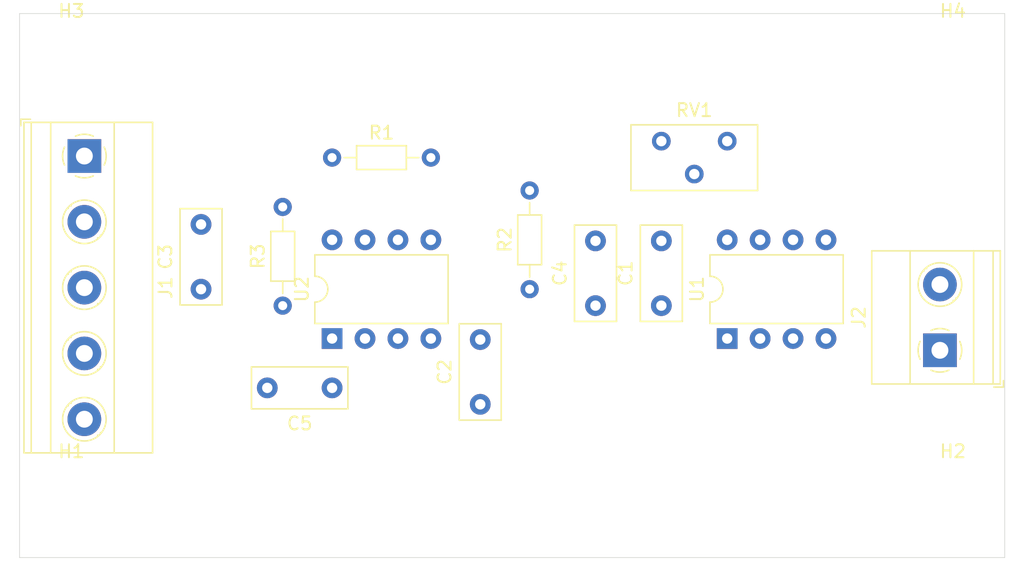
<source format=kicad_pcb>
(kicad_pcb (version 20171130) (host pcbnew "(5.1.9)-1")

  (general
    (thickness 1.6)
    (drawings 4)
    (tracks 0)
    (zones 0)
    (modules 17)
    (nets 1)
  )

  (page A4)
  (layers
    (0 F.Cu signal)
    (31 B.Cu signal)
    (32 B.Adhes user)
    (33 F.Adhes user)
    (34 B.Paste user)
    (35 F.Paste user)
    (36 B.SilkS user)
    (37 F.SilkS user)
    (38 B.Mask user)
    (39 F.Mask user)
    (40 Dwgs.User user)
    (41 Cmts.User user)
    (42 Eco1.User user)
    (43 Eco2.User user)
    (44 Edge.Cuts user)
    (45 Margin user)
    (46 B.CrtYd user)
    (47 F.CrtYd user)
    (48 B.Fab user)
    (49 F.Fab user)
  )

  (setup
    (last_trace_width 0.25)
    (trace_clearance 0.2)
    (zone_clearance 0.508)
    (zone_45_only no)
    (trace_min 0.2)
    (via_size 0.8)
    (via_drill 0.4)
    (via_min_size 0.4)
    (via_min_drill 0.3)
    (uvia_size 0.3)
    (uvia_drill 0.1)
    (uvias_allowed no)
    (uvia_min_size 0.2)
    (uvia_min_drill 0.1)
    (edge_width 0.05)
    (segment_width 0.2)
    (pcb_text_width 0.3)
    (pcb_text_size 1.5 1.5)
    (mod_edge_width 0.12)
    (mod_text_size 1 1)
    (mod_text_width 0.15)
    (pad_size 1.524 1.524)
    (pad_drill 0.762)
    (pad_to_mask_clearance 0)
    (aux_axis_origin 0 0)
    (visible_elements 7FFFFFFF)
    (pcbplotparams
      (layerselection 0x010fc_ffffffff)
      (usegerberextensions false)
      (usegerberattributes true)
      (usegerberadvancedattributes true)
      (creategerberjobfile true)
      (excludeedgelayer true)
      (linewidth 0.100000)
      (plotframeref false)
      (viasonmask false)
      (mode 1)
      (useauxorigin false)
      (hpglpennumber 1)
      (hpglpenspeed 20)
      (hpglpendiameter 15.000000)
      (psnegative false)
      (psa4output false)
      (plotreference true)
      (plotvalue true)
      (plotinvisibletext false)
      (padsonsilk false)
      (subtractmaskfromsilk false)
      (outputformat 1)
      (mirror false)
      (drillshape 1)
      (scaleselection 1)
      (outputdirectory ""))
  )

  (net 0 "")

  (net_class Default "This is the default net class."
    (clearance 0.2)
    (trace_width 0.25)
    (via_dia 0.8)
    (via_drill 0.4)
    (uvia_dia 0.3)
    (uvia_drill 0.1)
  )

  (module Resistor_THT:R_Axial_DIN0204_L3.6mm_D1.6mm_P7.62mm_Horizontal (layer F.Cu) (tedit 5AE5139B) (tstamp 600F3D41)
    (at 118.11 71.12)
    (descr "Resistor, Axial_DIN0204 series, Axial, Horizontal, pin pitch=7.62mm, 0.167W, length*diameter=3.6*1.6mm^2, http://cdn-reichelt.de/documents/datenblatt/B400/1_4W%23YAG.pdf")
    (tags "Resistor Axial_DIN0204 series Axial Horizontal pin pitch 7.62mm 0.167W length 3.6mm diameter 1.6mm")
    (path /600F42E7)
    (fp_text reference R1 (at 3.81 -1.92) (layer F.SilkS)
      (effects (font (size 1 1) (thickness 0.15)))
    )
    (fp_text value R (at 3.81 1.92) (layer F.Fab)
      (effects (font (size 1 1) (thickness 0.15)))
    )
    (fp_line (start 8.57 -1.05) (end -0.95 -1.05) (layer F.CrtYd) (width 0.05))
    (fp_line (start 8.57 1.05) (end 8.57 -1.05) (layer F.CrtYd) (width 0.05))
    (fp_line (start -0.95 1.05) (end 8.57 1.05) (layer F.CrtYd) (width 0.05))
    (fp_line (start -0.95 -1.05) (end -0.95 1.05) (layer F.CrtYd) (width 0.05))
    (fp_line (start 6.68 0) (end 5.73 0) (layer F.SilkS) (width 0.12))
    (fp_line (start 0.94 0) (end 1.89 0) (layer F.SilkS) (width 0.12))
    (fp_line (start 5.73 -0.92) (end 1.89 -0.92) (layer F.SilkS) (width 0.12))
    (fp_line (start 5.73 0.92) (end 5.73 -0.92) (layer F.SilkS) (width 0.12))
    (fp_line (start 1.89 0.92) (end 5.73 0.92) (layer F.SilkS) (width 0.12))
    (fp_line (start 1.89 -0.92) (end 1.89 0.92) (layer F.SilkS) (width 0.12))
    (fp_line (start 7.62 0) (end 5.61 0) (layer F.Fab) (width 0.1))
    (fp_line (start 0 0) (end 2.01 0) (layer F.Fab) (width 0.1))
    (fp_line (start 5.61 -0.8) (end 2.01 -0.8) (layer F.Fab) (width 0.1))
    (fp_line (start 5.61 0.8) (end 5.61 -0.8) (layer F.Fab) (width 0.1))
    (fp_line (start 2.01 0.8) (end 5.61 0.8) (layer F.Fab) (width 0.1))
    (fp_line (start 2.01 -0.8) (end 2.01 0.8) (layer F.Fab) (width 0.1))
    (fp_text user %R (at 3.81 0) (layer F.Fab)
      (effects (font (size 0.72 0.72) (thickness 0.108)))
    )
    (pad 1 thru_hole circle (at 0 0) (size 1.4 1.4) (drill 0.7) (layers *.Cu *.Mask))
    (pad 2 thru_hole oval (at 7.62 0) (size 1.4 1.4) (drill 0.7) (layers *.Cu *.Mask))
    (model ${KISYS3DMOD}/Resistor_THT.3dshapes/R_Axial_DIN0204_L3.6mm_D1.6mm_P7.62mm_Horizontal.wrl
      (at (xyz 0 0 0))
      (scale (xyz 1 1 1))
      (rotate (xyz 0 0 0))
    )
  )

  (module Resistor_THT:R_Axial_DIN0204_L3.6mm_D1.6mm_P7.62mm_Horizontal (layer F.Cu) (tedit 5AE5139B) (tstamp 600F3D58)
    (at 133.35 81.28 90)
    (descr "Resistor, Axial_DIN0204 series, Axial, Horizontal, pin pitch=7.62mm, 0.167W, length*diameter=3.6*1.6mm^2, http://cdn-reichelt.de/documents/datenblatt/B400/1_4W%23YAG.pdf")
    (tags "Resistor Axial_DIN0204 series Axial Horizontal pin pitch 7.62mm 0.167W length 3.6mm diameter 1.6mm")
    (path /600F42A1)
    (fp_text reference R2 (at 3.81 -1.92 90) (layer F.SilkS)
      (effects (font (size 1 1) (thickness 0.15)))
    )
    (fp_text value R (at 3.81 1.92 90) (layer F.Fab)
      (effects (font (size 1 1) (thickness 0.15)))
    )
    (fp_line (start 2.01 -0.8) (end 2.01 0.8) (layer F.Fab) (width 0.1))
    (fp_line (start 2.01 0.8) (end 5.61 0.8) (layer F.Fab) (width 0.1))
    (fp_line (start 5.61 0.8) (end 5.61 -0.8) (layer F.Fab) (width 0.1))
    (fp_line (start 5.61 -0.8) (end 2.01 -0.8) (layer F.Fab) (width 0.1))
    (fp_line (start 0 0) (end 2.01 0) (layer F.Fab) (width 0.1))
    (fp_line (start 7.62 0) (end 5.61 0) (layer F.Fab) (width 0.1))
    (fp_line (start 1.89 -0.92) (end 1.89 0.92) (layer F.SilkS) (width 0.12))
    (fp_line (start 1.89 0.92) (end 5.73 0.92) (layer F.SilkS) (width 0.12))
    (fp_line (start 5.73 0.92) (end 5.73 -0.92) (layer F.SilkS) (width 0.12))
    (fp_line (start 5.73 -0.92) (end 1.89 -0.92) (layer F.SilkS) (width 0.12))
    (fp_line (start 0.94 0) (end 1.89 0) (layer F.SilkS) (width 0.12))
    (fp_line (start 6.68 0) (end 5.73 0) (layer F.SilkS) (width 0.12))
    (fp_line (start -0.95 -1.05) (end -0.95 1.05) (layer F.CrtYd) (width 0.05))
    (fp_line (start -0.95 1.05) (end 8.57 1.05) (layer F.CrtYd) (width 0.05))
    (fp_line (start 8.57 1.05) (end 8.57 -1.05) (layer F.CrtYd) (width 0.05))
    (fp_line (start 8.57 -1.05) (end -0.95 -1.05) (layer F.CrtYd) (width 0.05))
    (fp_text user %R (at 3.81 0 90) (layer F.Fab)
      (effects (font (size 0.72 0.72) (thickness 0.108)))
    )
    (pad 2 thru_hole oval (at 7.62 0 90) (size 1.4 1.4) (drill 0.7) (layers *.Cu *.Mask))
    (pad 1 thru_hole circle (at 0 0 90) (size 1.4 1.4) (drill 0.7) (layers *.Cu *.Mask))
    (model ${KISYS3DMOD}/Resistor_THT.3dshapes/R_Axial_DIN0204_L3.6mm_D1.6mm_P7.62mm_Horizontal.wrl
      (at (xyz 0 0 0))
      (scale (xyz 1 1 1))
      (rotate (xyz 0 0 0))
    )
  )

  (module Resistor_THT:R_Axial_DIN0204_L3.6mm_D1.6mm_P7.62mm_Horizontal (layer F.Cu) (tedit 5AE5139B) (tstamp 600F3D6F)
    (at 114.3 82.55 90)
    (descr "Resistor, Axial_DIN0204 series, Axial, Horizontal, pin pitch=7.62mm, 0.167W, length*diameter=3.6*1.6mm^2, http://cdn-reichelt.de/documents/datenblatt/B400/1_4W%23YAG.pdf")
    (tags "Resistor Axial_DIN0204 series Axial Horizontal pin pitch 7.62mm 0.167W length 3.6mm diameter 1.6mm")
    (path /600F347B)
    (fp_text reference R3 (at 3.81 -1.92 90) (layer F.SilkS)
      (effects (font (size 1 1) (thickness 0.15)))
    )
    (fp_text value R (at 3.81 1.92 90) (layer F.Fab)
      (effects (font (size 1 1) (thickness 0.15)))
    )
    (fp_line (start 8.57 -1.05) (end -0.95 -1.05) (layer F.CrtYd) (width 0.05))
    (fp_line (start 8.57 1.05) (end 8.57 -1.05) (layer F.CrtYd) (width 0.05))
    (fp_line (start -0.95 1.05) (end 8.57 1.05) (layer F.CrtYd) (width 0.05))
    (fp_line (start -0.95 -1.05) (end -0.95 1.05) (layer F.CrtYd) (width 0.05))
    (fp_line (start 6.68 0) (end 5.73 0) (layer F.SilkS) (width 0.12))
    (fp_line (start 0.94 0) (end 1.89 0) (layer F.SilkS) (width 0.12))
    (fp_line (start 5.73 -0.92) (end 1.89 -0.92) (layer F.SilkS) (width 0.12))
    (fp_line (start 5.73 0.92) (end 5.73 -0.92) (layer F.SilkS) (width 0.12))
    (fp_line (start 1.89 0.92) (end 5.73 0.92) (layer F.SilkS) (width 0.12))
    (fp_line (start 1.89 -0.92) (end 1.89 0.92) (layer F.SilkS) (width 0.12))
    (fp_line (start 7.62 0) (end 5.61 0) (layer F.Fab) (width 0.1))
    (fp_line (start 0 0) (end 2.01 0) (layer F.Fab) (width 0.1))
    (fp_line (start 5.61 -0.8) (end 2.01 -0.8) (layer F.Fab) (width 0.1))
    (fp_line (start 5.61 0.8) (end 5.61 -0.8) (layer F.Fab) (width 0.1))
    (fp_line (start 2.01 0.8) (end 5.61 0.8) (layer F.Fab) (width 0.1))
    (fp_line (start 2.01 -0.8) (end 2.01 0.8) (layer F.Fab) (width 0.1))
    (fp_text user %R (at 3.81 0 90) (layer F.Fab)
      (effects (font (size 0.72 0.72) (thickness 0.108)))
    )
    (pad 1 thru_hole circle (at 0 0 90) (size 1.4 1.4) (drill 0.7) (layers *.Cu *.Mask))
    (pad 2 thru_hole oval (at 7.62 0 90) (size 1.4 1.4) (drill 0.7) (layers *.Cu *.Mask))
    (model ${KISYS3DMOD}/Resistor_THT.3dshapes/R_Axial_DIN0204_L3.6mm_D1.6mm_P7.62mm_Horizontal.wrl
      (at (xyz 0 0 0))
      (scale (xyz 1 1 1))
      (rotate (xyz 0 0 0))
    )
  )

  (module Potentiometer_THT:Potentiometer_Bourns_3296Y_Vertical (layer F.Cu) (tedit 5A3D4994) (tstamp 600F4278)
    (at 148.59 69.85)
    (descr "Potentiometer, vertical, Bourns 3296Y, https://www.bourns.com/pdfs/3296.pdf")
    (tags "Potentiometer vertical Bourns 3296Y")
    (path /600F4A11)
    (fp_text reference RV1 (at -2.54 -2.39) (layer F.SilkS)
      (effects (font (size 1 1) (thickness 0.15)))
    )
    (fp_text value R_POT (at -2.54 4.94) (layer F.Fab)
      (effects (font (size 1 1) (thickness 0.15)))
    )
    (fp_line (start 2.5 -1.4) (end -7.6 -1.4) (layer F.CrtYd) (width 0.05))
    (fp_line (start 2.5 3.95) (end 2.5 -1.4) (layer F.CrtYd) (width 0.05))
    (fp_line (start -7.6 3.95) (end 2.5 3.95) (layer F.CrtYd) (width 0.05))
    (fp_line (start -7.6 -1.4) (end -7.6 3.95) (layer F.CrtYd) (width 0.05))
    (fp_line (start 2.345 -1.26) (end 2.345 3.81) (layer F.SilkS) (width 0.12))
    (fp_line (start -7.425 -1.26) (end -7.425 3.81) (layer F.SilkS) (width 0.12))
    (fp_line (start -7.425 3.81) (end 2.345 3.81) (layer F.SilkS) (width 0.12))
    (fp_line (start -7.425 -1.26) (end 2.345 -1.26) (layer F.SilkS) (width 0.12))
    (fp_line (start 0.955 3.505) (end 0.956 1.336) (layer F.Fab) (width 0.1))
    (fp_line (start 0.955 3.505) (end 0.956 1.336) (layer F.Fab) (width 0.1))
    (fp_line (start 2.225 -1.14) (end -7.305 -1.14) (layer F.Fab) (width 0.1))
    (fp_line (start 2.225 3.69) (end 2.225 -1.14) (layer F.Fab) (width 0.1))
    (fp_line (start -7.305 3.69) (end 2.225 3.69) (layer F.Fab) (width 0.1))
    (fp_line (start -7.305 -1.14) (end -7.305 3.69) (layer F.Fab) (width 0.1))
    (fp_circle (center 0.955 2.42) (end 2.05 2.42) (layer F.Fab) (width 0.1))
    (fp_text user %R (at -3.175 1.275) (layer F.Fab)
      (effects (font (size 1 1) (thickness 0.15)))
    )
    (pad 1 thru_hole circle (at 0 0) (size 1.44 1.44) (drill 0.8) (layers *.Cu *.Mask))
    (pad 2 thru_hole circle (at -2.54 2.54) (size 1.44 1.44) (drill 0.8) (layers *.Cu *.Mask))
    (pad 3 thru_hole circle (at -5.08 0) (size 1.44 1.44) (drill 0.8) (layers *.Cu *.Mask))
    (model ${KISYS3DMOD}/Potentiometer_THT.3dshapes/Potentiometer_Bourns_3296Y_Vertical.wrl
      (at (xyz 0 0 0))
      (scale (xyz 1 1 1))
      (rotate (xyz 0 0 0))
    )
  )

  (module Package_DIP:DIP-8_W7.62mm (layer F.Cu) (tedit 5A02E8C5) (tstamp 600F4A3E)
    (at 148.59 85.09 90)
    (descr "8-lead though-hole mounted DIP package, row spacing 7.62 mm (300 mils)")
    (tags "THT DIP DIL PDIP 2.54mm 7.62mm 300mil")
    (path /600EDB26)
    (fp_text reference U1 (at 3.81 -2.33 90) (layer F.SilkS)
      (effects (font (size 1 1) (thickness 0.15)))
    )
    (fp_text value LM358 (at 3.81 9.95 90) (layer F.Fab)
      (effects (font (size 1 1) (thickness 0.15)))
    )
    (fp_line (start 8.7 -1.55) (end -1.1 -1.55) (layer F.CrtYd) (width 0.05))
    (fp_line (start 8.7 9.15) (end 8.7 -1.55) (layer F.CrtYd) (width 0.05))
    (fp_line (start -1.1 9.15) (end 8.7 9.15) (layer F.CrtYd) (width 0.05))
    (fp_line (start -1.1 -1.55) (end -1.1 9.15) (layer F.CrtYd) (width 0.05))
    (fp_line (start 6.46 -1.33) (end 4.81 -1.33) (layer F.SilkS) (width 0.12))
    (fp_line (start 6.46 8.95) (end 6.46 -1.33) (layer F.SilkS) (width 0.12))
    (fp_line (start 1.16 8.95) (end 6.46 8.95) (layer F.SilkS) (width 0.12))
    (fp_line (start 1.16 -1.33) (end 1.16 8.95) (layer F.SilkS) (width 0.12))
    (fp_line (start 2.81 -1.33) (end 1.16 -1.33) (layer F.SilkS) (width 0.12))
    (fp_line (start 0.635 -0.27) (end 1.635 -1.27) (layer F.Fab) (width 0.1))
    (fp_line (start 0.635 8.89) (end 0.635 -0.27) (layer F.Fab) (width 0.1))
    (fp_line (start 6.985 8.89) (end 0.635 8.89) (layer F.Fab) (width 0.1))
    (fp_line (start 6.985 -1.27) (end 6.985 8.89) (layer F.Fab) (width 0.1))
    (fp_line (start 1.635 -1.27) (end 6.985 -1.27) (layer F.Fab) (width 0.1))
    (fp_arc (start 3.81 -1.33) (end 2.81 -1.33) (angle -180) (layer F.SilkS) (width 0.12))
    (fp_text user %R (at 3.81 3.81 90) (layer F.Fab)
      (effects (font (size 1 1) (thickness 0.15)))
    )
    (pad 1 thru_hole rect (at 0 0 90) (size 1.6 1.6) (drill 0.8) (layers *.Cu *.Mask))
    (pad 5 thru_hole oval (at 7.62 7.62 90) (size 1.6 1.6) (drill 0.8) (layers *.Cu *.Mask))
    (pad 2 thru_hole oval (at 0 2.54 90) (size 1.6 1.6) (drill 0.8) (layers *.Cu *.Mask))
    (pad 6 thru_hole oval (at 7.62 5.08 90) (size 1.6 1.6) (drill 0.8) (layers *.Cu *.Mask))
    (pad 3 thru_hole oval (at 0 5.08 90) (size 1.6 1.6) (drill 0.8) (layers *.Cu *.Mask))
    (pad 7 thru_hole oval (at 7.62 2.54 90) (size 1.6 1.6) (drill 0.8) (layers *.Cu *.Mask))
    (pad 4 thru_hole oval (at 0 7.62 90) (size 1.6 1.6) (drill 0.8) (layers *.Cu *.Mask))
    (pad 8 thru_hole oval (at 7.62 0 90) (size 1.6 1.6) (drill 0.8) (layers *.Cu *.Mask))
    (model ${KISYS3DMOD}/Package_DIP.3dshapes/DIP-8_W7.62mm.wrl
      (at (xyz 0 0 0))
      (scale (xyz 1 1 1))
      (rotate (xyz 0 0 0))
    )
  )

  (module Package_DIP:DIP-8_W7.62mm (layer F.Cu) (tedit 5A02E8C5) (tstamp 600F4176)
    (at 118.11 85.09 90)
    (descr "8-lead though-hole mounted DIP package, row spacing 7.62 mm (300 mils)")
    (tags "THT DIP DIL PDIP 2.54mm 7.62mm 300mil")
    (path /600FA9ED)
    (fp_text reference U2 (at 3.81 -2.33 90) (layer F.SilkS)
      (effects (font (size 1 1) (thickness 0.15)))
    )
    (fp_text value LM358 (at 3.81 9.95 90) (layer F.Fab)
      (effects (font (size 1 1) (thickness 0.15)))
    )
    (fp_line (start 1.635 -1.27) (end 6.985 -1.27) (layer F.Fab) (width 0.1))
    (fp_line (start 6.985 -1.27) (end 6.985 8.89) (layer F.Fab) (width 0.1))
    (fp_line (start 6.985 8.89) (end 0.635 8.89) (layer F.Fab) (width 0.1))
    (fp_line (start 0.635 8.89) (end 0.635 -0.27) (layer F.Fab) (width 0.1))
    (fp_line (start 0.635 -0.27) (end 1.635 -1.27) (layer F.Fab) (width 0.1))
    (fp_line (start 2.81 -1.33) (end 1.16 -1.33) (layer F.SilkS) (width 0.12))
    (fp_line (start 1.16 -1.33) (end 1.16 8.95) (layer F.SilkS) (width 0.12))
    (fp_line (start 1.16 8.95) (end 6.46 8.95) (layer F.SilkS) (width 0.12))
    (fp_line (start 6.46 8.95) (end 6.46 -1.33) (layer F.SilkS) (width 0.12))
    (fp_line (start 6.46 -1.33) (end 4.81 -1.33) (layer F.SilkS) (width 0.12))
    (fp_line (start -1.1 -1.55) (end -1.1 9.15) (layer F.CrtYd) (width 0.05))
    (fp_line (start -1.1 9.15) (end 8.7 9.15) (layer F.CrtYd) (width 0.05))
    (fp_line (start 8.7 9.15) (end 8.7 -1.55) (layer F.CrtYd) (width 0.05))
    (fp_line (start 8.7 -1.55) (end -1.1 -1.55) (layer F.CrtYd) (width 0.05))
    (fp_text user %R (at 3.81 3.81 90) (layer F.Fab)
      (effects (font (size 1 1) (thickness 0.15)))
    )
    (fp_arc (start 3.81 -1.33) (end 2.81 -1.33) (angle -180) (layer F.SilkS) (width 0.12))
    (pad 8 thru_hole oval (at 7.62 0 90) (size 1.6 1.6) (drill 0.8) (layers *.Cu *.Mask))
    (pad 4 thru_hole oval (at 0 7.62 90) (size 1.6 1.6) (drill 0.8) (layers *.Cu *.Mask))
    (pad 7 thru_hole oval (at 7.62 2.54 90) (size 1.6 1.6) (drill 0.8) (layers *.Cu *.Mask))
    (pad 3 thru_hole oval (at 0 5.08 90) (size 1.6 1.6) (drill 0.8) (layers *.Cu *.Mask))
    (pad 6 thru_hole oval (at 7.62 5.08 90) (size 1.6 1.6) (drill 0.8) (layers *.Cu *.Mask))
    (pad 2 thru_hole oval (at 0 2.54 90) (size 1.6 1.6) (drill 0.8) (layers *.Cu *.Mask))
    (pad 5 thru_hole oval (at 7.62 7.62 90) (size 1.6 1.6) (drill 0.8) (layers *.Cu *.Mask))
    (pad 1 thru_hole rect (at 0 0 90) (size 1.6 1.6) (drill 0.8) (layers *.Cu *.Mask))
    (model ${KISYS3DMOD}/Package_DIP.3dshapes/DIP-8_W7.62mm.wrl
      (at (xyz 0 0 0))
      (scale (xyz 1 1 1))
      (rotate (xyz 0 0 0))
    )
  )

  (module Capacitor_THT:C_Rect_L7.2mm_W3.0mm_P5.00mm_FKS2_FKP2_MKS2_MKP2 (layer F.Cu) (tedit 5AE50EF0) (tstamp 600F5116)
    (at 143.51 82.55 90)
    (descr "C, Rect series, Radial, pin pitch=5.00mm, , length*width=7.2*3.0mm^2, Capacitor, http://www.wima.com/EN/WIMA_FKS_2.pdf")
    (tags "C Rect series Radial pin pitch 5.00mm  length 7.2mm width 3.0mm Capacitor")
    (path /600F165C)
    (fp_text reference C1 (at 2.5 -2.75 90) (layer F.SilkS)
      (effects (font (size 1 1) (thickness 0.15)))
    )
    (fp_text value CAP (at 2.5 2.75 90) (layer F.Fab)
      (effects (font (size 1 1) (thickness 0.15)))
    )
    (fp_line (start -1.1 -1.5) (end -1.1 1.5) (layer F.Fab) (width 0.1))
    (fp_line (start -1.1 1.5) (end 6.1 1.5) (layer F.Fab) (width 0.1))
    (fp_line (start 6.1 1.5) (end 6.1 -1.5) (layer F.Fab) (width 0.1))
    (fp_line (start 6.1 -1.5) (end -1.1 -1.5) (layer F.Fab) (width 0.1))
    (fp_line (start -1.22 -1.62) (end 6.22 -1.62) (layer F.SilkS) (width 0.12))
    (fp_line (start -1.22 1.62) (end 6.22 1.62) (layer F.SilkS) (width 0.12))
    (fp_line (start -1.22 -1.62) (end -1.22 1.62) (layer F.SilkS) (width 0.12))
    (fp_line (start 6.22 -1.62) (end 6.22 1.62) (layer F.SilkS) (width 0.12))
    (fp_line (start -1.35 -1.75) (end -1.35 1.75) (layer F.CrtYd) (width 0.05))
    (fp_line (start -1.35 1.75) (end 6.35 1.75) (layer F.CrtYd) (width 0.05))
    (fp_line (start 6.35 1.75) (end 6.35 -1.75) (layer F.CrtYd) (width 0.05))
    (fp_line (start 6.35 -1.75) (end -1.35 -1.75) (layer F.CrtYd) (width 0.05))
    (fp_text user %R (at 2.5 0 90) (layer F.Fab)
      (effects (font (size 1 1) (thickness 0.15)))
    )
    (pad 1 thru_hole circle (at 0 0 90) (size 1.6 1.6) (drill 0.8) (layers *.Cu *.Mask))
    (pad 2 thru_hole circle (at 5 0 90) (size 1.6 1.6) (drill 0.8) (layers *.Cu *.Mask))
    (model ${KISYS3DMOD}/Capacitor_THT.3dshapes/C_Rect_L7.2mm_W3.0mm_P5.00mm_FKS2_FKP2_MKS2_MKP2.wrl
      (at (xyz 0 0 0))
      (scale (xyz 1 1 1))
      (rotate (xyz 0 0 0))
    )
  )

  (module Capacitor_THT:C_Rect_L7.2mm_W3.0mm_P5.00mm_FKS2_FKP2_MKS2_MKP2 (layer F.Cu) (tedit 5AE50EF0) (tstamp 600F5128)
    (at 129.54 90.17 90)
    (descr "C, Rect series, Radial, pin pitch=5.00mm, , length*width=7.2*3.0mm^2, Capacitor, http://www.wima.com/EN/WIMA_FKS_2.pdf")
    (tags "C Rect series Radial pin pitch 5.00mm  length 7.2mm width 3.0mm Capacitor")
    (path /600F266A)
    (fp_text reference C2 (at 2.5 -2.75 90) (layer F.SilkS)
      (effects (font (size 1 1) (thickness 0.15)))
    )
    (fp_text value CAP (at 2.5 2.75 90) (layer F.Fab)
      (effects (font (size 1 1) (thickness 0.15)))
    )
    (fp_line (start 6.35 -1.75) (end -1.35 -1.75) (layer F.CrtYd) (width 0.05))
    (fp_line (start 6.35 1.75) (end 6.35 -1.75) (layer F.CrtYd) (width 0.05))
    (fp_line (start -1.35 1.75) (end 6.35 1.75) (layer F.CrtYd) (width 0.05))
    (fp_line (start -1.35 -1.75) (end -1.35 1.75) (layer F.CrtYd) (width 0.05))
    (fp_line (start 6.22 -1.62) (end 6.22 1.62) (layer F.SilkS) (width 0.12))
    (fp_line (start -1.22 -1.62) (end -1.22 1.62) (layer F.SilkS) (width 0.12))
    (fp_line (start -1.22 1.62) (end 6.22 1.62) (layer F.SilkS) (width 0.12))
    (fp_line (start -1.22 -1.62) (end 6.22 -1.62) (layer F.SilkS) (width 0.12))
    (fp_line (start 6.1 -1.5) (end -1.1 -1.5) (layer F.Fab) (width 0.1))
    (fp_line (start 6.1 1.5) (end 6.1 -1.5) (layer F.Fab) (width 0.1))
    (fp_line (start -1.1 1.5) (end 6.1 1.5) (layer F.Fab) (width 0.1))
    (fp_line (start -1.1 -1.5) (end -1.1 1.5) (layer F.Fab) (width 0.1))
    (fp_text user %R (at 2.5 0 90) (layer F.Fab)
      (effects (font (size 1 1) (thickness 0.15)))
    )
    (pad 2 thru_hole circle (at 5 0 90) (size 1.6 1.6) (drill 0.8) (layers *.Cu *.Mask))
    (pad 1 thru_hole circle (at 0 0 90) (size 1.6 1.6) (drill 0.8) (layers *.Cu *.Mask))
    (model ${KISYS3DMOD}/Capacitor_THT.3dshapes/C_Rect_L7.2mm_W3.0mm_P5.00mm_FKS2_FKP2_MKS2_MKP2.wrl
      (at (xyz 0 0 0))
      (scale (xyz 1 1 1))
      (rotate (xyz 0 0 0))
    )
  )

  (module Capacitor_THT:C_Rect_L7.2mm_W3.0mm_P5.00mm_FKS2_FKP2_MKS2_MKP2 (layer F.Cu) (tedit 5AE50EF0) (tstamp 600F52E8)
    (at 108 81.28 90)
    (descr "C, Rect series, Radial, pin pitch=5.00mm, , length*width=7.2*3.0mm^2, Capacitor, http://www.wima.com/EN/WIMA_FKS_2.pdf")
    (tags "C Rect series Radial pin pitch 5.00mm  length 7.2mm width 3.0mm Capacitor")
    (path /600F2206)
    (fp_text reference C3 (at 2.5 -2.75 90) (layer F.SilkS)
      (effects (font (size 1 1) (thickness 0.15)))
    )
    (fp_text value CAP (at 2.5 2.75 90) (layer F.Fab)
      (effects (font (size 1 1) (thickness 0.15)))
    )
    (fp_line (start 6.35 -1.75) (end -1.35 -1.75) (layer F.CrtYd) (width 0.05))
    (fp_line (start 6.35 1.75) (end 6.35 -1.75) (layer F.CrtYd) (width 0.05))
    (fp_line (start -1.35 1.75) (end 6.35 1.75) (layer F.CrtYd) (width 0.05))
    (fp_line (start -1.35 -1.75) (end -1.35 1.75) (layer F.CrtYd) (width 0.05))
    (fp_line (start 6.22 -1.62) (end 6.22 1.62) (layer F.SilkS) (width 0.12))
    (fp_line (start -1.22 -1.62) (end -1.22 1.62) (layer F.SilkS) (width 0.12))
    (fp_line (start -1.22 1.62) (end 6.22 1.62) (layer F.SilkS) (width 0.12))
    (fp_line (start -1.22 -1.62) (end 6.22 -1.62) (layer F.SilkS) (width 0.12))
    (fp_line (start 6.1 -1.5) (end -1.1 -1.5) (layer F.Fab) (width 0.1))
    (fp_line (start 6.1 1.5) (end 6.1 -1.5) (layer F.Fab) (width 0.1))
    (fp_line (start -1.1 1.5) (end 6.1 1.5) (layer F.Fab) (width 0.1))
    (fp_line (start -1.1 -1.5) (end -1.1 1.5) (layer F.Fab) (width 0.1))
    (fp_text user %R (at 2.5 0 90) (layer F.Fab)
      (effects (font (size 1 1) (thickness 0.15)))
    )
    (pad 2 thru_hole circle (at 5 0 90) (size 1.6 1.6) (drill 0.8) (layers *.Cu *.Mask))
    (pad 1 thru_hole circle (at 0 0 90) (size 1.6 1.6) (drill 0.8) (layers *.Cu *.Mask))
    (model ${KISYS3DMOD}/Capacitor_THT.3dshapes/C_Rect_L7.2mm_W3.0mm_P5.00mm_FKS2_FKP2_MKS2_MKP2.wrl
      (at (xyz 0 0 0))
      (scale (xyz 1 1 1))
      (rotate (xyz 0 0 0))
    )
  )

  (module Capacitor_THT:C_Rect_L7.2mm_W3.0mm_P5.00mm_FKS2_FKP2_MKS2_MKP2 (layer F.Cu) (tedit 5AE50EF0) (tstamp 600F514C)
    (at 138.43 82.55 90)
    (descr "C, Rect series, Radial, pin pitch=5.00mm, , length*width=7.2*3.0mm^2, Capacitor, http://www.wima.com/EN/WIMA_FKS_2.pdf")
    (tags "C Rect series Radial pin pitch 5.00mm  length 7.2mm width 3.0mm Capacitor")
    (path /600F2C11)
    (fp_text reference C4 (at 2.5 -2.75 90) (layer F.SilkS)
      (effects (font (size 1 1) (thickness 0.15)))
    )
    (fp_text value CAP (at 2.5 2.75 90) (layer F.Fab)
      (effects (font (size 1 1) (thickness 0.15)))
    )
    (fp_line (start -1.1 -1.5) (end -1.1 1.5) (layer F.Fab) (width 0.1))
    (fp_line (start -1.1 1.5) (end 6.1 1.5) (layer F.Fab) (width 0.1))
    (fp_line (start 6.1 1.5) (end 6.1 -1.5) (layer F.Fab) (width 0.1))
    (fp_line (start 6.1 -1.5) (end -1.1 -1.5) (layer F.Fab) (width 0.1))
    (fp_line (start -1.22 -1.62) (end 6.22 -1.62) (layer F.SilkS) (width 0.12))
    (fp_line (start -1.22 1.62) (end 6.22 1.62) (layer F.SilkS) (width 0.12))
    (fp_line (start -1.22 -1.62) (end -1.22 1.62) (layer F.SilkS) (width 0.12))
    (fp_line (start 6.22 -1.62) (end 6.22 1.62) (layer F.SilkS) (width 0.12))
    (fp_line (start -1.35 -1.75) (end -1.35 1.75) (layer F.CrtYd) (width 0.05))
    (fp_line (start -1.35 1.75) (end 6.35 1.75) (layer F.CrtYd) (width 0.05))
    (fp_line (start 6.35 1.75) (end 6.35 -1.75) (layer F.CrtYd) (width 0.05))
    (fp_line (start 6.35 -1.75) (end -1.35 -1.75) (layer F.CrtYd) (width 0.05))
    (fp_text user %R (at 2.5 0 90) (layer F.Fab)
      (effects (font (size 1 1) (thickness 0.15)))
    )
    (pad 1 thru_hole circle (at 0 0 90) (size 1.6 1.6) (drill 0.8) (layers *.Cu *.Mask))
    (pad 2 thru_hole circle (at 5 0 90) (size 1.6 1.6) (drill 0.8) (layers *.Cu *.Mask))
    (model ${KISYS3DMOD}/Capacitor_THT.3dshapes/C_Rect_L7.2mm_W3.0mm_P5.00mm_FKS2_FKP2_MKS2_MKP2.wrl
      (at (xyz 0 0 0))
      (scale (xyz 1 1 1))
      (rotate (xyz 0 0 0))
    )
  )

  (module Capacitor_THT:C_Rect_L7.2mm_W3.0mm_P5.00mm_FKS2_FKP2_MKS2_MKP2 (layer F.Cu) (tedit 5AE50EF0) (tstamp 600F53A8)
    (at 118.11 88.9 180)
    (descr "C, Rect series, Radial, pin pitch=5.00mm, , length*width=7.2*3.0mm^2, Capacitor, http://www.wima.com/EN/WIMA_FKS_2.pdf")
    (tags "C Rect series Radial pin pitch 5.00mm  length 7.2mm width 3.0mm Capacitor")
    (path /600F2258)
    (fp_text reference C5 (at 2.5 -2.75) (layer F.SilkS)
      (effects (font (size 1 1) (thickness 0.15)))
    )
    (fp_text value CAP (at 2.5 2.75) (layer F.Fab)
      (effects (font (size 1 1) (thickness 0.15)))
    )
    (fp_line (start -1.1 -1.5) (end -1.1 1.5) (layer F.Fab) (width 0.1))
    (fp_line (start -1.1 1.5) (end 6.1 1.5) (layer F.Fab) (width 0.1))
    (fp_line (start 6.1 1.5) (end 6.1 -1.5) (layer F.Fab) (width 0.1))
    (fp_line (start 6.1 -1.5) (end -1.1 -1.5) (layer F.Fab) (width 0.1))
    (fp_line (start -1.22 -1.62) (end 6.22 -1.62) (layer F.SilkS) (width 0.12))
    (fp_line (start -1.22 1.62) (end 6.22 1.62) (layer F.SilkS) (width 0.12))
    (fp_line (start -1.22 -1.62) (end -1.22 1.62) (layer F.SilkS) (width 0.12))
    (fp_line (start 6.22 -1.62) (end 6.22 1.62) (layer F.SilkS) (width 0.12))
    (fp_line (start -1.35 -1.75) (end -1.35 1.75) (layer F.CrtYd) (width 0.05))
    (fp_line (start -1.35 1.75) (end 6.35 1.75) (layer F.CrtYd) (width 0.05))
    (fp_line (start 6.35 1.75) (end 6.35 -1.75) (layer F.CrtYd) (width 0.05))
    (fp_line (start 6.35 -1.75) (end -1.35 -1.75) (layer F.CrtYd) (width 0.05))
    (fp_text user %R (at 2.5 0) (layer F.Fab)
      (effects (font (size 1 1) (thickness 0.15)))
    )
    (pad 1 thru_hole circle (at 0 0 180) (size 1.6 1.6) (drill 0.8) (layers *.Cu *.Mask))
    (pad 2 thru_hole circle (at 5 0 180) (size 1.6 1.6) (drill 0.8) (layers *.Cu *.Mask))
    (model ${KISYS3DMOD}/Capacitor_THT.3dshapes/C_Rect_L7.2mm_W3.0mm_P5.00mm_FKS2_FKP2_MKS2_MKP2.wrl
      (at (xyz 0 0 0))
      (scale (xyz 1 1 1))
      (rotate (xyz 0 0 0))
    )
  )

  (module MountingHole:MountingHole_3.2mm_M3 (layer F.Cu) (tedit 56D1B4CB) (tstamp 60185D59)
    (at 98 98)
    (descr "Mounting Hole 3.2mm, no annular, M3")
    (tags "mounting hole 3.2mm no annular m3")
    (path /60188C07)
    (attr virtual)
    (fp_text reference H1 (at 0 -4.2) (layer F.SilkS)
      (effects (font (size 1 1) (thickness 0.15)))
    )
    (fp_text value MountingHole (at 0 4.2) (layer F.Fab)
      (effects (font (size 1 1) (thickness 0.15)))
    )
    (fp_text user %R (at 0.3 0) (layer F.Fab)
      (effects (font (size 1 1) (thickness 0.15)))
    )
    (fp_circle (center 0 0) (end 3.2 0) (layer Cmts.User) (width 0.15))
    (fp_circle (center 0 0) (end 3.45 0) (layer F.CrtYd) (width 0.05))
    (pad 1 np_thru_hole circle (at 0 0) (size 3.2 3.2) (drill 3.2) (layers *.Cu *.Mask))
  )

  (module MountingHole:MountingHole_3.2mm_M3 (layer F.Cu) (tedit 56D1B4CB) (tstamp 60185D61)
    (at 166 98)
    (descr "Mounting Hole 3.2mm, no annular, M3")
    (tags "mounting hole 3.2mm no annular m3")
    (path /601896C4)
    (attr virtual)
    (fp_text reference H2 (at 0 -4.2) (layer F.SilkS)
      (effects (font (size 1 1) (thickness 0.15)))
    )
    (fp_text value MountingHole (at 0 4.2) (layer F.Fab)
      (effects (font (size 1 1) (thickness 0.15)))
    )
    (fp_circle (center 0 0) (end 3.45 0) (layer F.CrtYd) (width 0.05))
    (fp_circle (center 0 0) (end 3.2 0) (layer Cmts.User) (width 0.15))
    (fp_text user %R (at 0.3 0) (layer F.Fab)
      (effects (font (size 1 1) (thickness 0.15)))
    )
    (pad 1 np_thru_hole circle (at 0 0) (size 3.2 3.2) (drill 3.2) (layers *.Cu *.Mask))
  )

  (module MountingHole:MountingHole_3.2mm_M3 (layer F.Cu) (tedit 56D1B4CB) (tstamp 60185D69)
    (at 98 64)
    (descr "Mounting Hole 3.2mm, no annular, M3")
    (tags "mounting hole 3.2mm no annular m3")
    (path /601898A1)
    (attr virtual)
    (fp_text reference H3 (at 0 -4.2) (layer F.SilkS)
      (effects (font (size 1 1) (thickness 0.15)))
    )
    (fp_text value MountingHole (at 0 4.2) (layer F.Fab)
      (effects (font (size 1 1) (thickness 0.15)))
    )
    (fp_text user %R (at 0.3 0) (layer F.Fab)
      (effects (font (size 1 1) (thickness 0.15)))
    )
    (fp_circle (center 0 0) (end 3.2 0) (layer Cmts.User) (width 0.15))
    (fp_circle (center 0 0) (end 3.45 0) (layer F.CrtYd) (width 0.05))
    (pad 1 np_thru_hole circle (at 0 0) (size 3.2 3.2) (drill 3.2) (layers *.Cu *.Mask))
  )

  (module MountingHole:MountingHole_3.2mm_M3 (layer F.Cu) (tedit 56D1B4CB) (tstamp 60185D71)
    (at 166 64)
    (descr "Mounting Hole 3.2mm, no annular, M3")
    (tags "mounting hole 3.2mm no annular m3")
    (path /60189ABA)
    (attr virtual)
    (fp_text reference H4 (at 0 -4.2) (layer F.SilkS)
      (effects (font (size 1 1) (thickness 0.15)))
    )
    (fp_text value MountingHole (at 0 4.2) (layer F.Fab)
      (effects (font (size 1 1) (thickness 0.15)))
    )
    (fp_circle (center 0 0) (end 3.45 0) (layer F.CrtYd) (width 0.05))
    (fp_circle (center 0 0) (end 3.2 0) (layer Cmts.User) (width 0.15))
    (fp_text user %R (at 0.3 0) (layer F.Fab)
      (effects (font (size 1 1) (thickness 0.15)))
    )
    (pad 1 np_thru_hole circle (at 0 0) (size 3.2 3.2) (drill 3.2) (layers *.Cu *.Mask))
  )

  (module TerminalBlock_Phoenix:TerminalBlock_Phoenix_MKDS-1,5-5-5.08_1x05_P5.08mm_Horizontal (layer F.Cu) (tedit 5B294EBD) (tstamp 60185DB8)
    (at 99 71 270)
    (descr "Terminal Block Phoenix MKDS-1,5-5-5.08, 5 pins, pitch 5.08mm, size 25.4x9.8mm^2, drill diamater 1.3mm, pad diameter 2.6mm, see http://www.farnell.com/datasheets/100425.pdf, script-generated using https://github.com/pointhi/kicad-footprint-generator/scripts/TerminalBlock_Phoenix")
    (tags "THT Terminal Block Phoenix MKDS-1,5-5-5.08 pitch 5.08mm size 25.4x9.8mm^2 drill 1.3mm pad 2.6mm")
    (path /60186549)
    (fp_text reference J1 (at 10.16 -6.26 90) (layer F.SilkS)
      (effects (font (size 1 1) (thickness 0.15)))
    )
    (fp_text value Screw_Terminal_01x05 (at 10.16 5.66 90) (layer F.Fab)
      (effects (font (size 1 1) (thickness 0.15)))
    )
    (fp_line (start 23.36 -5.71) (end -3.04 -5.71) (layer F.CrtYd) (width 0.05))
    (fp_line (start 23.36 5.1) (end 23.36 -5.71) (layer F.CrtYd) (width 0.05))
    (fp_line (start -3.04 5.1) (end 23.36 5.1) (layer F.CrtYd) (width 0.05))
    (fp_line (start -3.04 -5.71) (end -3.04 5.1) (layer F.CrtYd) (width 0.05))
    (fp_line (start -2.84 4.9) (end -2.34 4.9) (layer F.SilkS) (width 0.12))
    (fp_line (start -2.84 4.16) (end -2.84 4.9) (layer F.SilkS) (width 0.12))
    (fp_line (start 19.093 1.023) (end 19.046 1.069) (layer F.SilkS) (width 0.12))
    (fp_line (start 21.39 -1.275) (end 21.355 -1.239) (layer F.SilkS) (width 0.12))
    (fp_line (start 19.286 1.239) (end 19.251 1.274) (layer F.SilkS) (width 0.12))
    (fp_line (start 21.595 -1.069) (end 21.548 -1.023) (layer F.SilkS) (width 0.12))
    (fp_line (start 21.275 -1.138) (end 19.183 0.955) (layer F.Fab) (width 0.1))
    (fp_line (start 21.458 -0.955) (end 19.366 1.138) (layer F.Fab) (width 0.1))
    (fp_line (start 14.013 1.023) (end 13.966 1.069) (layer F.SilkS) (width 0.12))
    (fp_line (start 16.31 -1.275) (end 16.275 -1.239) (layer F.SilkS) (width 0.12))
    (fp_line (start 14.206 1.239) (end 14.171 1.274) (layer F.SilkS) (width 0.12))
    (fp_line (start 16.515 -1.069) (end 16.468 -1.023) (layer F.SilkS) (width 0.12))
    (fp_line (start 16.195 -1.138) (end 14.103 0.955) (layer F.Fab) (width 0.1))
    (fp_line (start 16.378 -0.955) (end 14.286 1.138) (layer F.Fab) (width 0.1))
    (fp_line (start 8.933 1.023) (end 8.886 1.069) (layer F.SilkS) (width 0.12))
    (fp_line (start 11.23 -1.275) (end 11.195 -1.239) (layer F.SilkS) (width 0.12))
    (fp_line (start 9.126 1.239) (end 9.091 1.274) (layer F.SilkS) (width 0.12))
    (fp_line (start 11.435 -1.069) (end 11.388 -1.023) (layer F.SilkS) (width 0.12))
    (fp_line (start 11.115 -1.138) (end 9.023 0.955) (layer F.Fab) (width 0.1))
    (fp_line (start 11.298 -0.955) (end 9.206 1.138) (layer F.Fab) (width 0.1))
    (fp_line (start 3.853 1.023) (end 3.806 1.069) (layer F.SilkS) (width 0.12))
    (fp_line (start 6.15 -1.275) (end 6.115 -1.239) (layer F.SilkS) (width 0.12))
    (fp_line (start 4.046 1.239) (end 4.011 1.274) (layer F.SilkS) (width 0.12))
    (fp_line (start 6.355 -1.069) (end 6.308 -1.023) (layer F.SilkS) (width 0.12))
    (fp_line (start 6.035 -1.138) (end 3.943 0.955) (layer F.Fab) (width 0.1))
    (fp_line (start 6.218 -0.955) (end 4.126 1.138) (layer F.Fab) (width 0.1))
    (fp_line (start 0.955 -1.138) (end -1.138 0.955) (layer F.Fab) (width 0.1))
    (fp_line (start 1.138 -0.955) (end -0.955 1.138) (layer F.Fab) (width 0.1))
    (fp_line (start 22.92 -5.261) (end 22.92 4.66) (layer F.SilkS) (width 0.12))
    (fp_line (start -2.6 -5.261) (end -2.6 4.66) (layer F.SilkS) (width 0.12))
    (fp_line (start -2.6 4.66) (end 22.92 4.66) (layer F.SilkS) (width 0.12))
    (fp_line (start -2.6 -5.261) (end 22.92 -5.261) (layer F.SilkS) (width 0.12))
    (fp_line (start -2.6 -2.301) (end 22.92 -2.301) (layer F.SilkS) (width 0.12))
    (fp_line (start -2.54 -2.3) (end 22.86 -2.3) (layer F.Fab) (width 0.1))
    (fp_line (start -2.6 2.6) (end 22.92 2.6) (layer F.SilkS) (width 0.12))
    (fp_line (start -2.54 2.6) (end 22.86 2.6) (layer F.Fab) (width 0.1))
    (fp_line (start -2.6 4.1) (end 22.92 4.1) (layer F.SilkS) (width 0.12))
    (fp_line (start -2.54 4.1) (end 22.86 4.1) (layer F.Fab) (width 0.1))
    (fp_line (start -2.54 4.1) (end -2.54 -5.2) (layer F.Fab) (width 0.1))
    (fp_line (start -2.04 4.6) (end -2.54 4.1) (layer F.Fab) (width 0.1))
    (fp_line (start 22.86 4.6) (end -2.04 4.6) (layer F.Fab) (width 0.1))
    (fp_line (start 22.86 -5.2) (end 22.86 4.6) (layer F.Fab) (width 0.1))
    (fp_line (start -2.54 -5.2) (end 22.86 -5.2) (layer F.Fab) (width 0.1))
    (fp_circle (center 20.32 0) (end 22 0) (layer F.SilkS) (width 0.12))
    (fp_circle (center 20.32 0) (end 21.82 0) (layer F.Fab) (width 0.1))
    (fp_circle (center 15.24 0) (end 16.92 0) (layer F.SilkS) (width 0.12))
    (fp_circle (center 15.24 0) (end 16.74 0) (layer F.Fab) (width 0.1))
    (fp_circle (center 10.16 0) (end 11.84 0) (layer F.SilkS) (width 0.12))
    (fp_circle (center 10.16 0) (end 11.66 0) (layer F.Fab) (width 0.1))
    (fp_circle (center 5.08 0) (end 6.76 0) (layer F.SilkS) (width 0.12))
    (fp_circle (center 5.08 0) (end 6.58 0) (layer F.Fab) (width 0.1))
    (fp_circle (center 0 0) (end 1.5 0) (layer F.Fab) (width 0.1))
    (fp_arc (start 0 0) (end 0 1.68) (angle -24) (layer F.SilkS) (width 0.12))
    (fp_arc (start 0 0) (end 1.535 0.684) (angle -48) (layer F.SilkS) (width 0.12))
    (fp_arc (start 0 0) (end 0.684 -1.535) (angle -48) (layer F.SilkS) (width 0.12))
    (fp_arc (start 0 0) (end -1.535 -0.684) (angle -48) (layer F.SilkS) (width 0.12))
    (fp_arc (start 0 0) (end -0.684 1.535) (angle -25) (layer F.SilkS) (width 0.12))
    (fp_text user %R (at 10.16 3.2 90) (layer F.Fab)
      (effects (font (size 1 1) (thickness 0.15)))
    )
    (pad 1 thru_hole rect (at 0 0 270) (size 2.6 2.6) (drill 1.3) (layers *.Cu *.Mask))
    (pad 2 thru_hole circle (at 5.08 0 270) (size 2.6 2.6) (drill 1.3) (layers *.Cu *.Mask))
    (pad 3 thru_hole circle (at 10.16 0 270) (size 2.6 2.6) (drill 1.3) (layers *.Cu *.Mask))
    (pad 4 thru_hole circle (at 15.24 0 270) (size 2.6 2.6) (drill 1.3) (layers *.Cu *.Mask))
    (pad 5 thru_hole circle (at 20.32 0 270) (size 2.6 2.6) (drill 1.3) (layers *.Cu *.Mask))
    (model ${KISYS3DMOD}/TerminalBlock_Phoenix.3dshapes/TerminalBlock_Phoenix_MKDS-1,5-5-5.08_1x05_P5.08mm_Horizontal.wrl
      (at (xyz 0 0 0))
      (scale (xyz 1 1 1))
      (rotate (xyz 0 0 0))
    )
  )

  (module TerminalBlock_Phoenix:TerminalBlock_Phoenix_MKDS-1,5-2-5.08_1x02_P5.08mm_Horizontal (layer F.Cu) (tedit 5B294EBC) (tstamp 60185DE4)
    (at 165 86 90)
    (descr "Terminal Block Phoenix MKDS-1,5-2-5.08, 2 pins, pitch 5.08mm, size 10.2x9.8mm^2, drill diamater 1.3mm, pad diameter 2.6mm, see http://www.farnell.com/datasheets/100425.pdf, script-generated using https://github.com/pointhi/kicad-footprint-generator/scripts/TerminalBlock_Phoenix")
    (tags "THT Terminal Block Phoenix MKDS-1,5-2-5.08 pitch 5.08mm size 10.2x9.8mm^2 drill 1.3mm pad 2.6mm")
    (path /6018823C)
    (fp_text reference J2 (at 2.54 -6.26 90) (layer F.SilkS)
      (effects (font (size 1 1) (thickness 0.15)))
    )
    (fp_text value Screw_Terminal_01x02 (at 2.54 5.66 90) (layer F.Fab)
      (effects (font (size 1 1) (thickness 0.15)))
    )
    (fp_line (start 8.13 -5.71) (end -3.04 -5.71) (layer F.CrtYd) (width 0.05))
    (fp_line (start 8.13 5.1) (end 8.13 -5.71) (layer F.CrtYd) (width 0.05))
    (fp_line (start -3.04 5.1) (end 8.13 5.1) (layer F.CrtYd) (width 0.05))
    (fp_line (start -3.04 -5.71) (end -3.04 5.1) (layer F.CrtYd) (width 0.05))
    (fp_line (start -2.84 4.9) (end -2.34 4.9) (layer F.SilkS) (width 0.12))
    (fp_line (start -2.84 4.16) (end -2.84 4.9) (layer F.SilkS) (width 0.12))
    (fp_line (start 3.853 1.023) (end 3.806 1.069) (layer F.SilkS) (width 0.12))
    (fp_line (start 6.15 -1.275) (end 6.115 -1.239) (layer F.SilkS) (width 0.12))
    (fp_line (start 4.046 1.239) (end 4.011 1.274) (layer F.SilkS) (width 0.12))
    (fp_line (start 6.355 -1.069) (end 6.308 -1.023) (layer F.SilkS) (width 0.12))
    (fp_line (start 6.035 -1.138) (end 3.943 0.955) (layer F.Fab) (width 0.1))
    (fp_line (start 6.218 -0.955) (end 4.126 1.138) (layer F.Fab) (width 0.1))
    (fp_line (start 0.955 -1.138) (end -1.138 0.955) (layer F.Fab) (width 0.1))
    (fp_line (start 1.138 -0.955) (end -0.955 1.138) (layer F.Fab) (width 0.1))
    (fp_line (start 7.68 -5.261) (end 7.68 4.66) (layer F.SilkS) (width 0.12))
    (fp_line (start -2.6 -5.261) (end -2.6 4.66) (layer F.SilkS) (width 0.12))
    (fp_line (start -2.6 4.66) (end 7.68 4.66) (layer F.SilkS) (width 0.12))
    (fp_line (start -2.6 -5.261) (end 7.68 -5.261) (layer F.SilkS) (width 0.12))
    (fp_line (start -2.6 -2.301) (end 7.68 -2.301) (layer F.SilkS) (width 0.12))
    (fp_line (start -2.54 -2.3) (end 7.62 -2.3) (layer F.Fab) (width 0.1))
    (fp_line (start -2.6 2.6) (end 7.68 2.6) (layer F.SilkS) (width 0.12))
    (fp_line (start -2.54 2.6) (end 7.62 2.6) (layer F.Fab) (width 0.1))
    (fp_line (start -2.6 4.1) (end 7.68 4.1) (layer F.SilkS) (width 0.12))
    (fp_line (start -2.54 4.1) (end 7.62 4.1) (layer F.Fab) (width 0.1))
    (fp_line (start -2.54 4.1) (end -2.54 -5.2) (layer F.Fab) (width 0.1))
    (fp_line (start -2.04 4.6) (end -2.54 4.1) (layer F.Fab) (width 0.1))
    (fp_line (start 7.62 4.6) (end -2.04 4.6) (layer F.Fab) (width 0.1))
    (fp_line (start 7.62 -5.2) (end 7.62 4.6) (layer F.Fab) (width 0.1))
    (fp_line (start -2.54 -5.2) (end 7.62 -5.2) (layer F.Fab) (width 0.1))
    (fp_circle (center 5.08 0) (end 6.76 0) (layer F.SilkS) (width 0.12))
    (fp_circle (center 5.08 0) (end 6.58 0) (layer F.Fab) (width 0.1))
    (fp_circle (center 0 0) (end 1.5 0) (layer F.Fab) (width 0.1))
    (fp_arc (start 0 0) (end 0 1.68) (angle -24) (layer F.SilkS) (width 0.12))
    (fp_arc (start 0 0) (end 1.535 0.684) (angle -48) (layer F.SilkS) (width 0.12))
    (fp_arc (start 0 0) (end 0.684 -1.535) (angle -48) (layer F.SilkS) (width 0.12))
    (fp_arc (start 0 0) (end -1.535 -0.684) (angle -48) (layer F.SilkS) (width 0.12))
    (fp_arc (start 0 0) (end -0.684 1.535) (angle -25) (layer F.SilkS) (width 0.12))
    (fp_text user %R (at 2.54 3.2 90) (layer F.Fab)
      (effects (font (size 1 1) (thickness 0.15)))
    )
    (pad 1 thru_hole rect (at 0 0 90) (size 2.6 2.6) (drill 1.3) (layers *.Cu *.Mask))
    (pad 2 thru_hole circle (at 5.08 0 90) (size 2.6 2.6) (drill 1.3) (layers *.Cu *.Mask))
    (model ${KISYS3DMOD}/TerminalBlock_Phoenix.3dshapes/TerminalBlock_Phoenix_MKDS-1,5-2-5.08_1x02_P5.08mm_Horizontal.wrl
      (at (xyz 0 0 0))
      (scale (xyz 1 1 1))
      (rotate (xyz 0 0 0))
    )
  )

  (gr_line (start 94 60) (end 170 60) (layer Edge.Cuts) (width 0.05) (tstamp 601860D8))
  (gr_line (start 94 102) (end 94 60) (layer Edge.Cuts) (width 0.05))
  (gr_line (start 170 102) (end 94 102) (layer Edge.Cuts) (width 0.05))
  (gr_line (start 170 60) (end 170 102) (layer Edge.Cuts) (width 0.05))

)

</source>
